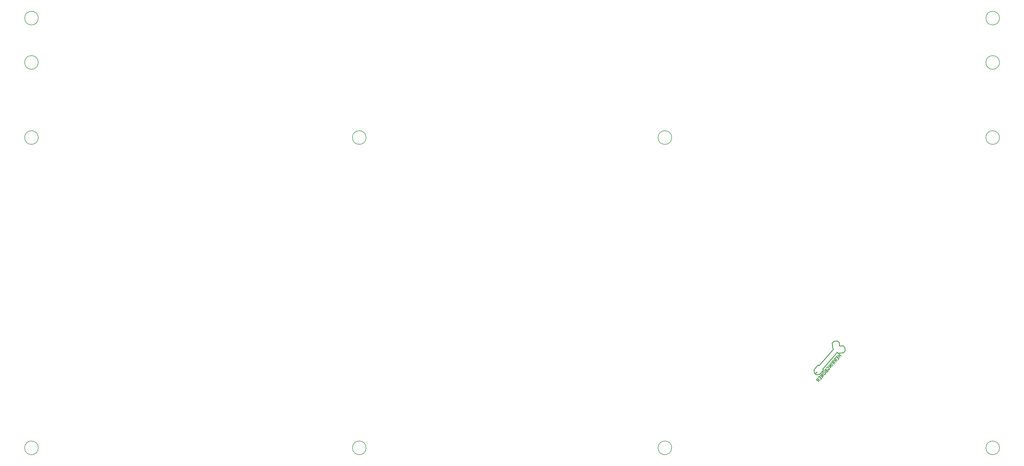
<source format=gbr>
G04 #@! TF.GenerationSoftware,KiCad,Pcbnew,(5.1.4)-1*
G04 #@! TF.CreationDate,2021-09-06T19:14:00+08:00*
G04 #@! TF.ProjectId,HerringbonePro,48657272-696e-4676-926f-6e6550726f2e,rev?*
G04 #@! TF.SameCoordinates,Original*
G04 #@! TF.FileFunction,Other,Comment*
%FSLAX46Y46*%
G04 Gerber Fmt 4.6, Leading zero omitted, Abs format (unit mm)*
G04 Created by KiCad (PCBNEW (5.1.4)-1) date 2021-09-06 19:14:00*
%MOMM*%
%LPD*%
G04 APERTURE LIST*
%ADD10C,0.250000*%
%ADD11C,0.150000*%
G04 APERTURE END LIST*
D10*
X245744964Y-87465400D02*
X245224218Y-88064451D01*
X245523744Y-88324824D02*
X244924693Y-87804077D01*
X245523744Y-88324824D02*
X246643542Y-88246520D01*
X244924693Y-87804077D02*
X244846389Y-86684280D01*
X247945409Y-86748893D02*
X246643542Y-88246520D01*
X246148256Y-85186652D02*
X244846389Y-86684280D01*
X247945409Y-86748893D02*
X247645884Y-86488520D01*
X246447782Y-85447026D02*
X246148256Y-85186652D01*
X246447782Y-85447026D02*
X251134504Y-80055570D01*
X251134504Y-80055570D02*
X250834978Y-79795196D01*
X250834978Y-79795196D02*
X250717523Y-78115500D01*
X250717523Y-78115500D02*
X251238269Y-77516449D01*
X252358067Y-77438145D02*
X251238269Y-77516449D01*
X252358067Y-77438145D02*
X252957117Y-77958892D01*
X253035422Y-79078690D02*
X252957117Y-77958892D01*
X253035422Y-79078690D02*
X254155219Y-79000386D01*
X254754270Y-79521133D02*
X254155219Y-79000386D01*
X254754270Y-79521133D02*
X254832574Y-80640930D01*
X254311827Y-81239981D02*
X254832574Y-80640930D01*
X252632131Y-81357436D02*
X254311827Y-81239981D01*
X252632131Y-81357436D02*
X252332606Y-81097063D01*
X247645884Y-86488520D02*
X252332606Y-81097063D01*
X253574845Y-82267760D02*
X252820136Y-81611701D01*
X253179521Y-81924110D02*
X252804630Y-82355373D01*
X253199955Y-82699023D02*
X252445245Y-82042964D01*
X252492221Y-82714759D02*
X252273535Y-82966328D01*
X252575136Y-83417794D02*
X252887545Y-83058409D01*
X252132836Y-82402350D01*
X251820427Y-82761735D01*
X251919077Y-84172504D02*
X251778378Y-83608525D01*
X252293968Y-83741241D02*
X251539259Y-83085182D01*
X251289331Y-83372690D01*
X251262788Y-83475808D01*
X251267486Y-83542988D01*
X251308122Y-83641408D01*
X251415938Y-83735131D01*
X251519056Y-83761674D01*
X251586235Y-83756977D01*
X251684655Y-83716340D01*
X251934583Y-83428832D01*
X251263018Y-84927213D02*
X251122319Y-84363234D01*
X251637909Y-84495951D02*
X250883200Y-83839892D01*
X250633272Y-84127400D01*
X250606729Y-84230518D01*
X250611427Y-84297697D01*
X250652063Y-84396118D01*
X250759879Y-84489841D01*
X250862997Y-84516384D01*
X250930176Y-84511686D01*
X251028596Y-84471050D01*
X251278524Y-84183542D01*
X250981850Y-85250660D02*
X250227141Y-84594601D01*
X250669441Y-85610046D02*
X249914732Y-84953987D01*
X250294550Y-86041308D01*
X249539841Y-85385249D01*
X248919720Y-86171200D02*
X248946263Y-86068082D01*
X249039986Y-85960266D01*
X249169647Y-85883691D01*
X249304006Y-85874296D01*
X249407124Y-85900839D01*
X249582119Y-85989864D01*
X249689935Y-86083587D01*
X249802448Y-86244489D01*
X249843085Y-86342910D01*
X249852480Y-86477269D01*
X249794696Y-86616325D01*
X249732214Y-86688202D01*
X249602553Y-86764777D01*
X249535373Y-86769475D01*
X249283803Y-86550788D01*
X249408767Y-86407034D01*
X248712072Y-87063323D02*
X248654288Y-87202380D01*
X248658985Y-87269559D01*
X248699621Y-87367980D01*
X248807437Y-87461702D01*
X248910555Y-87488246D01*
X248977735Y-87483548D01*
X249076155Y-87442912D01*
X249326082Y-87155403D01*
X248571373Y-86499344D01*
X248352686Y-86750914D01*
X248326143Y-86854032D01*
X248330841Y-86921212D01*
X248371477Y-87019632D01*
X248443354Y-87082114D01*
X248546472Y-87108657D01*
X248613651Y-87103960D01*
X248712072Y-87063323D01*
X248930758Y-86811753D01*
X247790350Y-87397808D02*
X247665386Y-87541562D01*
X247638843Y-87644680D01*
X247648238Y-87779039D01*
X247760752Y-87939941D01*
X248012321Y-88158628D01*
X248187317Y-88247653D01*
X248321676Y-88238258D01*
X248420096Y-88197621D01*
X248545060Y-88053867D01*
X248571603Y-87950749D01*
X248562207Y-87816390D01*
X248449694Y-87655488D01*
X248198124Y-87436802D01*
X248023129Y-87347777D01*
X247888770Y-87357172D01*
X247790350Y-87397808D01*
X247982723Y-88700761D02*
X247228014Y-88044702D01*
X247607832Y-89132024D01*
X246853123Y-88475965D01*
X246900099Y-89147759D02*
X246681413Y-89399329D01*
X246983014Y-89850795D02*
X247295423Y-89491409D01*
X246540714Y-88835350D01*
X246228305Y-89194736D01*
X246326955Y-90605504D02*
X246186256Y-90041525D01*
X246701846Y-90174242D02*
X245947136Y-89518183D01*
X245697209Y-89805691D01*
X245670666Y-89908809D01*
X245675364Y-89975989D01*
X245716000Y-90074409D01*
X245823815Y-90168132D01*
X245926933Y-90194675D01*
X245994113Y-90189977D01*
X246092533Y-90149341D01*
X246342461Y-89861833D01*
D11*
X199050000Y-11906250D02*
G75*
G03X199050000Y-11906250I-2200000J0D01*
G01*
X199050000Y-111918750D02*
G75*
G03X199050000Y-111918750I-2200000J0D01*
G01*
X304618750Y-111918750D02*
G75*
G03X304618750Y-111918750I-2200000J0D01*
G01*
X-4943750Y-111918750D02*
G75*
G03X-4943750Y-111918750I-2200000J0D01*
G01*
X304618750Y12303125D02*
G75*
G03X304618750Y12303125I-2200000J0D01*
G01*
X100625000Y-111918750D02*
G75*
G03X100625000Y-111918750I-2200000J0D01*
G01*
X100625000Y-11906250D02*
G75*
G03X100625000Y-11906250I-2200000J0D01*
G01*
X304618750Y-11906250D02*
G75*
G03X304618750Y-11906250I-2200000J0D01*
G01*
X-4943750Y-11906250D02*
G75*
G03X-4943750Y-11906250I-2200000J0D01*
G01*
X-4943750Y12303125D02*
G75*
G03X-4943750Y12303125I-2200000J0D01*
G01*
X304618750Y26590625D02*
G75*
G03X304618750Y26590625I-2200000J0D01*
G01*
X-4943750Y26590625D02*
G75*
G03X-4943750Y26590625I-2200000J0D01*
G01*
M02*

</source>
